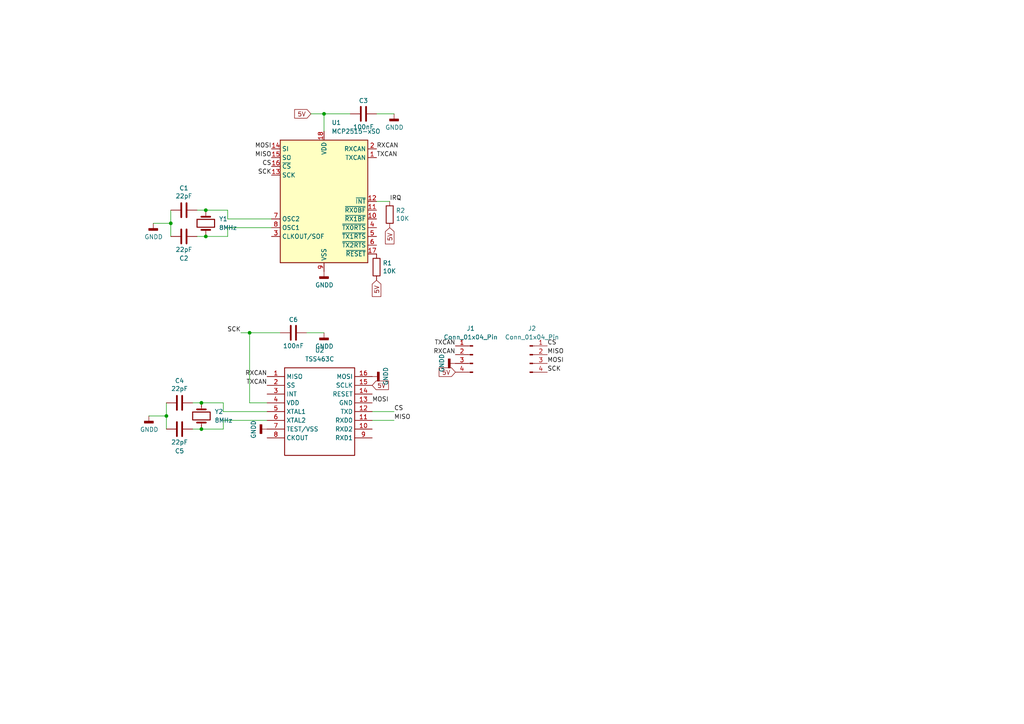
<source format=kicad_sch>
(kicad_sch (version 20230121) (generator eeschema)
  (paper "A4")
  (lib_symbols
    (symbol "Connector:Conn_01x04_Pin" (pin_names (offset 1.016) hide)
      (property "Reference" "J" (at 0 5.08 0))
      (property "Value" "Conn_01x04_Pin" (at 0 -7.62 0))
      (symbol "Conn_01x04_Pin_1_1"
        (polyline (pts (xy 1.27 -5.08) (xy 0.8636 -5.08)) (stroke (width 0.1524)))
        (polyline (pts (xy 1.27 -2.54) (xy 0.8636 -2.54)) (stroke (width 0.1524)))
        (polyline (pts (xy 1.27 0) (xy 0.8636 0)) (stroke (width 0.1524)))
        (polyline (pts (xy 1.27 2.54) (xy 0.8636 2.54)) (stroke (width 0.1524)))
        (rectangle (start 0.8636 -4.953) (end 0 -5.207) (stroke (width 0.1524)) (fill (type outline)))
        (rectangle (start 0.8636 -2.413) (end 0 -2.667) (stroke (width 0.1524)) (fill (type outline)))
        (rectangle (start 0.8636 0.127) (end 0 -0.127) (stroke (width 0.1524)) (fill (type outline)))
        (rectangle (start 0.8636 2.667) (end 0 2.413) (stroke (width 0.1524)) (fill (type outline)))
        (pin passive line (at 5.08 2.54 180) (length 3.81) (name "Pin_1") (number "1"))
        (pin passive line (at 5.08 0 180) (length 3.81) (name "Pin_2") (number "2"))
        (pin passive line (at 5.08 -2.54 180) (length 3.81) (name "Pin_3") (number "3"))
        (pin passive line (at 5.08 -5.08 180) (length 3.81) (name "Pin_4") (number "4"))
      )
    )
    (symbol "Device:C" (pin_numbers hide) (pin_names (offset 0.254))
      (property "Reference" "C" (at 0.635 2.54 0))
      (property "Value" "C" (at 0.635 -2.54 0))
      (symbol "C_0_1"
        (polyline (pts (xy -2.032 -0.762) (xy 2.032 -0.762)) (stroke (width 0.508)))
        (polyline (pts (xy -2.032 0.762) (xy 2.032 0.762)) (stroke (width 0.508)))
      )
      (symbol "C_1_1"
        (pin passive line (at 0 3.81 270) (length 2.794) (name "~") (number "1"))
        (pin passive line (at 0 -3.81 90) (length 2.794) (name "~") (number "2"))
      )
    )
    (symbol "Device:Crystal" (pin_numbers hide) (pin_names (offset 1.016) hide)
      (property "Reference" "Y" (at 0 3.81 0))
      (property "Value" "Crystal" (at 0 -3.81 0))
      (symbol "Crystal_0_1"
        (rectangle (start -1.143 2.54) (end 1.143 -2.54) (stroke (width 0.3048)))
        (polyline (pts (xy -2.54 0) (xy -1.905 0)))
        (polyline (pts (xy -1.905 -1.27) (xy -1.905 1.27)) (stroke (width 0.508)))
        (polyline (pts (xy 1.905 -1.27) (xy 1.905 1.27)) (stroke (width 0.508)))
        (polyline (pts (xy 2.54 0) (xy 1.905 0)))
      )
      (symbol "Crystal_1_1"
        (pin passive line (at -3.81 0 0) (length 1.27) (name "1") (number "1"))
        (pin passive line (at 3.81 0 180) (length 1.27) (name "2") (number "2"))
      )
    )
    (symbol "Device:R" (pin_numbers hide) (pin_names (offset 0))
      (property "Reference" "R" (at 2.032 0 90))
      (property "Value" "R" (at 0 0 90))
      (symbol "R_0_1"
        (rectangle (start -1.016 -2.54) (end 1.016 2.54) (stroke (width 0.254)))
      )
      (symbol "R_1_1"
        (pin passive line (at 0 3.81 270) (length 1.27) (name "~") (number "1"))
        (pin passive line (at 0 -3.81 90) (length 1.27) (name "~") (number "2"))
      )
    )
    (symbol "Interface_CAN_LIN:MCP2515-xSO"
      (property "Reference" "U" (at -10.16 19.685 0))
      (property "Value" "MCP2515-xSO" (at 19.05 20.32 0))
      (symbol "MCP2515-xSO_0_1"
        (rectangle (start -12.7 17.78) (end 12.7 -17.78) (stroke (width 0.254)) (fill (type background)))
      )
      (symbol "MCP2515-xSO_1_1"
        (pin output line (at 15.24 12.7 180) (length 2.54) (name "TXCAN") (number "1"))
        (pin output line (at 15.24 -5.08 180) (length 2.54) (name "~{RX1BF}") (number "10"))
        (pin output line (at 15.24 -2.54 180) (length 2.54) (name "~{RX0BF}") (number "11"))
        (pin output line (at 15.24 0 180) (length 2.54) (name "~{INT}") (number "12"))
        (pin input line (at -15.24 7.62 0) (length 2.54) (name "SCK") (number "13"))
        (pin input line (at -15.24 15.24 0) (length 2.54) (name "SI") (number "14"))
        (pin output line (at -15.24 12.7 0) (length 2.54) (name "SO") (number "15"))
        (pin input line (at -15.24 10.16 0) (length 2.54) (name "~{CS}") (number "16"))
        (pin input line (at 15.24 -15.24 180) (length 2.54) (name "~{RESET}") (number "17"))
        (pin power_in line (at 0 20.32 270) (length 2.54) (name "VDD") (number "18"))
        (pin input line (at 15.24 15.24 180) (length 2.54) (name "RXCAN") (number "2"))
        (pin output line (at -15.24 -10.16 0) (length 2.54) (name "CLKOUT/SOF") (number "3"))
        (pin input line (at 15.24 -7.62 180) (length 2.54) (name "~{TX0RTS}") (number "4"))
        (pin input line (at 15.24 -10.16 180) (length 2.54) (name "~{TX1RTS}") (number "5"))
        (pin input line (at 15.24 -12.7 180) (length 2.54) (name "~{TX2RTS}") (number "6"))
        (pin output line (at -15.24 -5.08 0) (length 2.54) (name "OSC2") (number "7"))
        (pin input line (at -15.24 -7.62 0) (length 2.54) (name "OSC1") (number "8"))
        (pin power_in line (at 0 -20.32 90) (length 2.54) (name "VSS") (number "9"))
      )
    )
    (symbol "TSS463:TSS463C"
      (property "Reference" "U" (at -10.16 -13.97 0))
      (property "Value" "TSS463C" (at 10.16 13.97 0))
      (symbol "TSS463C_0_0"
        (rectangle (start -10.16 12.7) (end 10.16 -12.7) (stroke (width 0.254)))
      )
      (symbol "TSS463C_1_1"
        (pin input line (at -15.24 10.16 0) (length 5.08) (name "MISO") (number "1"))
        (pin input line (at 15.24 -5.08 180) (length 5.08) (name "RXD2") (number "10"))
        (pin input line (at 15.24 -2.54 180) (length 5.08) (name "RXD0") (number "11"))
        (pin input line (at 15.24 0 180) (length 5.08) (name "TXD") (number "12"))
        (pin input line (at 15.24 2.54 180) (length 5.08) (name "GND") (number "13"))
        (pin input line (at 15.24 5.08 180) (length 5.08) (name "RESET") (number "14"))
        (pin input line (at 15.24 7.62 180) (length 5.08) (name "SCLK") (number "15"))
        (pin input line (at 15.24 10.16 180) (length 5.08) (name "MOSI") (number "16"))
        (pin input line (at -15.24 7.62 0) (length 5.08) (name "SS") (number "2"))
        (pin input line (at -15.24 5.08 0) (length 5.08) (name "INT") (number "3"))
        (pin input line (at -15.24 2.54 0) (length 5.08) (name "VDD") (number "4"))
        (pin input line (at -15.24 0 0) (length 5.08) (name "XTAL1") (number "5"))
        (pin input line (at -15.24 -2.54 0) (length 5.08) (name "XTAL2") (number "6"))
        (pin input line (at -15.24 -5.08 0) (length 5.08) (name "TEST/VSS") (number "7"))
        (pin input line (at -15.24 -7.62 0) (length 5.08) (name "CKOUT") (number "8"))
        (pin input line (at 15.24 -7.62 180) (length 5.08) (name "RXD1") (number "9"))
      )
    )
    (symbol "power:GNDD" (power) (pin_names (offset 0))
      (property "Value" "GNDD" (at 0 -3.175 0))
      (symbol "GNDD_0_1"
        (rectangle (start -1.27 -1.524) (end 1.27 -2.032) (stroke (width 0.254)) (fill (type outline)))
        (polyline (pts (xy 0 0) (xy 0 -1.524)))
      )
      (symbol "GNDD_1_1"
        (pin power_in line (at 0 0 270) (length 0) hide (name "GNDD") (number "1"))
      )
    )
  )
  (junction (at 59.69 60.96))
  (junction (at 58.42 116.84))
  (junction (at 48.26 120.65))
  (junction (at 49.53 64.77))
  (junction (at 72.39 96.52))
  (junction (at 58.42 124.46))
  (junction (at 59.69 68.58))
  (junction (at 93.98 33.02))
  (wire (pts (xy 77.47 116.84) (xy 72.39 116.84)))
  (wire (pts (xy 109.22 58.42) (xy 113.03 58.42)))
  (wire (pts (xy 107.95 119.38) (xy 114.3 119.38)))
  (wire (pts (xy 66.04 60.96) (xy 66.04 63.5)))
  (wire (pts (xy 72.39 116.84) (xy 72.39 96.52)))
  (wire (pts (xy 59.69 68.58) (xy 66.04 68.58)))
  (wire (pts (xy 55.88 124.46) (xy 58.42 124.46)))
  (wire (pts (xy 90.17 33.02) (xy 93.98 33.02)))
  (wire (pts (xy 44.45 64.77) (xy 49.53 64.77)))
  (wire (pts (xy 72.39 96.52) (xy 81.28 96.52)))
  (wire (pts (xy 93.98 33.02) (xy 101.6 33.02)))
  (wire (pts (xy 49.53 64.77) (xy 49.53 68.58)))
  (wire (pts (xy 109.22 33.02) (xy 114.3 33.02)))
  (wire (pts (xy 57.15 60.96) (xy 59.69 60.96)))
  (wire (pts (xy 66.04 63.5) (xy 78.74 63.5)))
  (wire (pts (xy 55.88 116.84) (xy 58.42 116.84)))
  (wire (pts (xy 88.9 96.52) (xy 93.98 96.52)))
  (wire (pts (xy 49.53 60.96) (xy 49.53 64.77)))
  (wire (pts (xy 66.04 66.04) (xy 78.74 66.04)))
  (wire (pts (xy 64.77 121.92) (xy 77.47 121.92)))
  (wire (pts (xy 69.85 96.52) (xy 72.39 96.52)))
  (wire (pts (xy 59.69 60.96) (xy 66.04 60.96)))
  (wire (pts (xy 57.15 68.58) (xy 59.69 68.58)))
  (wire (pts (xy 48.26 116.84) (xy 48.26 120.65)))
  (wire (pts (xy 64.77 116.84) (xy 64.77 119.38)))
  (wire (pts (xy 107.95 121.92) (xy 114.3 121.92)))
  (wire (pts (xy 66.04 66.04) (xy 66.04 68.58)))
  (wire (pts (xy 43.18 120.65) (xy 48.26 120.65)))
  (wire (pts (xy 48.26 120.65) (xy 48.26 124.46)))
  (wire (pts (xy 64.77 121.92) (xy 64.77 124.46)))
  (wire (pts (xy 64.77 119.38) (xy 77.47 119.38)))
  (wire (pts (xy 58.42 116.84) (xy 64.77 116.84)))
  (wire (pts (xy 58.42 124.46) (xy 64.77 124.46)))
  (wire (pts (xy 93.98 33.02) (xy 93.98 38.1)))
  (label "CS" (at 78.74 48.26 180))
  (label "SCK" (at 78.74 50.8 180))
  (label "CS" (at 158.75 100.33 0))
  (label "SCK" (at 158.75 107.95 0))
  (label "TXCAN" (at 132.08 100.33 180))
  (label "MOSI" (at 107.95 116.84 0))
  (label "RXCAN" (at 132.08 102.87 180))
  (label "MOSI" (at 78.74 43.18 180))
  (label "TXCAN" (at 77.47 111.76 180))
  (label "RXCAN" (at 109.22 43.18 0))
  (label "MISO" (at 78.74 45.72 180))
  (label "TXCAN" (at 109.22 45.72 0))
  (label "CS" (at 114.3 119.38 0))
  (label "SCK" (at 69.85 96.52 180))
  (label "MISO" (at 158.75 102.87 0))
  (label "RXCAN" (at 77.47 109.22 180))
  (label "IRQ" (at 113.03 58.42 0))
  (label "MOSI" (at 158.75 105.41 0))
  (label "MISO" (at 114.3 121.92 0))
  (global_label "5V" (shape input) (at 90.17 33.02 180) (property "Intersheetrefs" "${INTERSHEET_REFS}" (effects hide)))
  (global_label "5V" (shape input) (at 107.95 111.76 0) (property "Intersheetrefs" "${INTERSHEET_REFS}" (effects hide)))
  (global_label "5V" (shape input) (at 109.22 81.28 270) (property "Intersheetrefs" "${INTERSHEET_REFS}" (effects hide)))
  (global_label "5V" (shape input) (at 132.08 107.95 180) (property "Intersheetrefs" "${INTERSHEET_REFS}" (effects hide)))
  (global_label "5V" (shape input) (at 113.03 66.04 270) (property "Intersheetrefs" "${INTERSHEET_REFS}" (effects hide)))
  (symbol (lib_id "Interface_CAN_LIN:MCP2515-xSO") (at 93.98 58.42 0) (unit 1)
    (property "Reference" "U1" (at 96.1741 35.56 0) (effects (justify left)))
    (property "Value" "MCP2515-xSO" (at 96.1741 38.1 0) (effects (justify left)))
    (property "Footprint" "Package_SO:SOIC-18W_7.5x11.6mm_P1.27mm" (effects hide))
    (property "Datasheet" "http://ww1.microchip.com/downloads/en/DeviceDoc/21801e.pdf" (effects hide))
    (property "LCSC" "C12368" (effects hide))
    (property "JLCPCB Rotation Offset" "-90" (effects hide))
  )
  (symbol (lib_id "Device:C") (at 85.09 96.52 270) (unit 1)
    (property "Reference" "C6" (at 85.09 92.71 90))
    (property "Value" "100nF" (at 85.09 100.33 90))
    (property "Footprint" "Capacitor_SMD:C_0603_1608Metric_Pad1.08x0.95mm_HandSolder" (effects hide))
    (property "LCSC" "C14663" (effects hide))
  )
  (symbol (lib_id "Device:C") (at 52.07 124.46 270) (unit 1)
    (property "Reference" "C5" (at 52.07 130.81 90))
    (property "Value" "22pF" (at 52.07 128.27 90))
    (property "Footprint" "Capacitor_SMD:C_0603_1608Metric_Pad1.08x0.95mm_HandSolder" (effects hide))
    (property "LCSC" "C1653" (effects hide))
  )
  (symbol (lib_id "power:GNDD") (at 44.45 64.77 0) (unit 1)
    (property "Reference" "#PWR01" (effects hide))
    (property "Value" "GNDD" (at 44.5516 68.707 0))
  )
  (symbol (lib_id "Device:R") (at 113.03 62.23 0) (unit 1)
    (property "Reference" "R2" (at 114.808 61.0616 0) (effects (justify left)))
    (property "Value" "10K" (at 114.808 63.373 0) (effects (justify left)))
    (property "Footprint" "Resistor_SMD:R_0603_1608Metric_Pad0.98x0.95mm_HandSolder" (effects hide))
    (property "LCSC" "C25804" (effects hide))
  )
  (symbol (lib_id "power:GNDD") (at 132.08 105.41 270) (mirror x) (unit 1)
    (property "Reference" "#PWR04" (effects hide))
    (property "Value" "GNDD" (at 128.143 105.3084 0))
  )
  (symbol (lib_id "power:GNDD") (at 93.98 78.74 0) (unit 1)
    (property "Reference" "#PWR02" (effects hide))
    (property "Value" "GNDD" (at 94.0816 82.677 0))
  )
  (symbol (lib_id "power:GNDD") (at 77.47 124.46 270) (unit 1)
    (property "Reference" "#PWR06" (effects hide))
    (property "Value" "GNDD" (at 73.533 124.5616 0))
  )
  (symbol (lib_id "power:GNDD") (at 114.3 33.02 0) (unit 1)
    (property "Reference" "#PWR03" (effects hide))
    (property "Value" "GNDD" (at 114.4016 36.957 0))
  )
  (symbol (lib_id "Device:C") (at 53.34 68.58 270) (unit 1)
    (property "Reference" "C2" (at 53.34 74.93 90))
    (property "Value" "22pF" (at 53.34 72.39 90))
    (property "Footprint" "Capacitor_SMD:C_0603_1608Metric_Pad1.08x0.95mm_HandSolder" (effects hide))
    (property "LCSC" "C1653" (effects hide))
  )
  (symbol (lib_id "Device:R") (at 109.22 77.47 0) (unit 1)
    (property "Reference" "R1" (at 110.998 76.3016 0) (effects (justify left)))
    (property "Value" "10K" (at 110.998 78.613 0) (effects (justify left)))
    (property "Footprint" "Resistor_SMD:R_0603_1608Metric_Pad0.98x0.95mm_HandSolder" (effects hide))
    (property "LCSC" "C25804" (effects hide))
  )
  (symbol (lib_id "Device:Crystal") (at 58.42 120.65 90) (unit 1)
    (property "Reference" "Y2" (at 62.23 119.38 90) (effects (justify right)))
    (property "Value" "8MHz" (at 62.23 121.92 90) (effects (justify right)))
    (property "Footprint" "Crystal:Crystal_SMD_5032-2Pin_5.0x3.2mm" (effects hide))
    (property "LCSC" "C115962" (effects hide))
  )
  (symbol (lib_id "power:GNDD") (at 43.18 120.65 0) (unit 1)
    (property "Reference" "#PWR05" (effects hide))
    (property "Value" "GNDD" (at 43.2816 124.587 0))
  )
  (symbol (lib_id "Device:C") (at 53.34 60.96 270) (unit 1)
    (property "Reference" "C1" (at 53.34 54.5592 90))
    (property "Value" "22pF" (at 53.34 56.8706 90))
    (property "Footprint" "Capacitor_SMD:C_0603_1608Metric_Pad1.08x0.95mm_HandSolder" (effects hide))
    (property "LCSC" "C1653" (effects hide))
  )
  (symbol (lib_id "Device:Crystal") (at 59.69 64.77 90) (unit 1)
    (property "Reference" "Y1" (at 63.5 63.5 90) (effects (justify right)))
    (property "Value" "8MHz" (at 63.5 66.04 90) (effects (justify right)))
    (property "Footprint" "Crystal:Crystal_SMD_5032-2Pin_5.0x3.2mm" (effects hide))
    (property "LCSC" "C115962" (effects hide))
  )
  (symbol (lib_id "Connector:Conn_01x04_Pin") (at 137.16 102.87 0) (mirror y) (unit 1)
    (property "Reference" "J1" (at 136.525 95.25 0))
    (property "Value" "Conn_01x04_Pin" (at 136.525 97.79 0))
    (property "Footprint" "Connector_PinHeader_2.54mm:PinHeader_1x04_P2.54mm_Vertical" (effects hide))
  )
  (symbol (lib_id "Device:C") (at 52.07 116.84 270) (unit 1)
    (property "Reference" "C4" (at 52.07 110.4392 90))
    (property "Value" "22pF" (at 52.07 112.7506 90))
    (property "Footprint" "Capacitor_SMD:C_0603_1608Metric_Pad1.08x0.95mm_HandSolder" (effects hide))
    (property "LCSC" "C1653" (effects hide))
  )
  (symbol (lib_id "Device:C") (at 105.41 33.02 270) (unit 1)
    (property "Reference" "C3" (at 105.41 29.21 90))
    (property "Value" "100nF" (at 105.41 36.83 90))
    (property "Footprint" "Capacitor_SMD:C_0603_1608Metric_Pad1.08x0.95mm_HandSolder" (effects hide))
    (property "LCSC" "C14663" (effects hide))
  )
  (symbol (lib_id "power:GNDD") (at 93.98 96.52 0) (unit 1)
    (property "Reference" "#PWR08" (effects hide))
    (property "Value" "GNDD" (at 94.0816 100.457 0))
  )
  (symbol (lib_id "power:GNDD") (at 107.95 109.22 90) (unit 1)
    (property "Reference" "#PWR07" (effects hide))
    (property "Value" "GNDD" (at 111.887 109.1184 0))
  )
  (symbol (lib_id "Connector:Conn_01x04_Pin") (at 153.67 102.87 0) (unit 1)
    (property "Reference" "J2" (at 154.305 95.25 0))
    (property "Value" "Conn_01x04_Pin" (at 154.305 97.79 0))
    (property "Footprint" "Connector_PinHeader_2.54mm:PinHeader_1x04_P2.54mm_Vertical" (effects hide))
  )
  (symbol (lib_id "TSS463:TSS463C") (at 92.71 119.38 0) (unit 1)
    (property "Reference" "U2" (at 92.71 101.6 0))
    (property "Value" "TSS463C" (at 92.71 104.14 0))
    (property "Footprint" "TSS463C:SO16L" (effects hide))
  )
)
</source>
